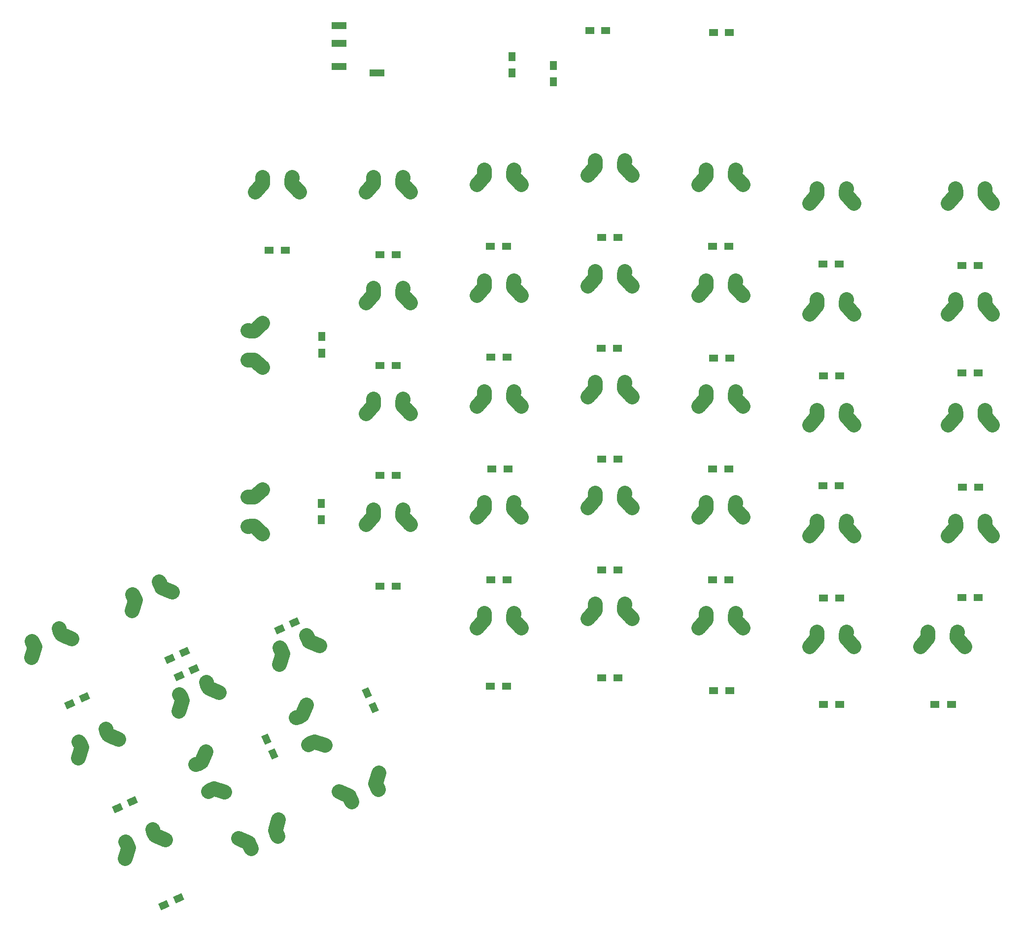
<source format=gbp>
G04 #@! TF.GenerationSoftware,KiCad,Pcbnew,(5.0.2)-1*
G04 #@! TF.CreationDate,2019-04-21T13:46:39+05:30*
G04 #@! TF.ProjectId,ErgodoxBle,4572676f-646f-4784-926c-652e6b696361,rev?*
G04 #@! TF.SameCoordinates,Original*
G04 #@! TF.FileFunction,Paste,Bot*
G04 #@! TF.FilePolarity,Positive*
%FSLAX46Y46*%
G04 Gerber Fmt 4.6, Leading zero omitted, Abs format (unit mm)*
G04 Created by KiCad (PCBNEW (5.0.2)-1) date 4/21/2019 1:46:39 PM*
%MOMM*%
%LPD*%
G01*
G04 APERTURE LIST*
%ADD10C,2.500000*%
%ADD11C,2.500000*%
%ADD12C,1.200000*%
%ADD13C,0.100000*%
%ADD14R,1.600000X1.200000*%
%ADD15R,1.200000X1.600000*%
%ADD16R,1.500000X1.200000*%
%ADD17R,2.500000X1.200000*%
G04 APERTURE END LIST*
D10*
G04 #@! TO.C,SW3:13*
X194607500Y-101832660D03*
D11*
X195262495Y-102562664D02*
X193952505Y-101102656D01*
D10*
X188297500Y-101832660D03*
D11*
X187642505Y-102562664D02*
X188952495Y-101102656D01*
D10*
X188932500Y-100312660D03*
D11*
X188912501Y-100022660D02*
X188952499Y-100602660D01*
D10*
X193972500Y-100312660D03*
D11*
X193992499Y-100022660D02*
X193952501Y-100602660D01*
G04 #@! TD*
D10*
G04 #@! TO.C,SW2:13*
X194607500Y-120882660D03*
D11*
X195262495Y-121612664D02*
X193952505Y-120152656D01*
D10*
X188297500Y-120882660D03*
D11*
X187642505Y-121612664D02*
X188952495Y-120152656D01*
D10*
X188932500Y-119362660D03*
D11*
X188912501Y-119072660D02*
X188952499Y-119652660D01*
D10*
X193972500Y-119362660D03*
D11*
X193992499Y-119072660D02*
X193952501Y-119652660D01*
G04 #@! TD*
D12*
G04 #@! TO.C,D0:1*
X55439411Y-183957114D03*
D13*
G36*
X54967936Y-184838993D02*
X54460794Y-183751424D01*
X55910886Y-183075235D01*
X56418028Y-184162804D01*
X54967936Y-184838993D01*
X54967936Y-184838993D01*
G37*
D12*
X52901749Y-185140446D03*
D13*
G36*
X52430274Y-186022325D02*
X51923132Y-184934756D01*
X53373224Y-184258567D01*
X53880366Y-185346136D01*
X52430274Y-186022325D01*
X52430274Y-186022325D01*
G37*
G04 #@! TD*
D12*
G04 #@! TO.C,D0:2*
X71671120Y-159124662D03*
D13*
G36*
X72552999Y-159596137D02*
X71465430Y-160103279D01*
X70789241Y-158653187D01*
X71876810Y-158146045D01*
X72552999Y-159596137D01*
X72552999Y-159596137D01*
G37*
D12*
X70487788Y-156587000D03*
D13*
G36*
X71369667Y-157058475D02*
X70282098Y-157565617D01*
X69605909Y-156115525D01*
X70693478Y-155608383D01*
X71369667Y-157058475D01*
X71369667Y-157058475D01*
G37*
G04 #@! TD*
D12*
G04 #@! TO.C,D0:3*
X87800334Y-148591169D03*
D13*
G36*
X88682213Y-149062644D02*
X87594644Y-149569786D01*
X86918455Y-148119694D01*
X88006024Y-147612552D01*
X88682213Y-149062644D01*
X88682213Y-149062644D01*
G37*
D12*
X88983666Y-151128831D03*
D13*
G36*
X89865545Y-151600306D02*
X88777976Y-152107448D01*
X88101787Y-150657356D01*
X89189356Y-150150214D01*
X89865545Y-151600306D01*
X89865545Y-151600306D01*
G37*
G04 #@! TD*
D12*
G04 #@! TO.C,D0:4*
X44938938Y-168445120D03*
D13*
G36*
X44467463Y-169326999D02*
X43960321Y-168239430D01*
X45410413Y-167563241D01*
X45917555Y-168650810D01*
X44467463Y-169326999D01*
X44467463Y-169326999D01*
G37*
D12*
X47476600Y-167261788D03*
D13*
G36*
X47005125Y-168143667D02*
X46497983Y-167056098D01*
X47948075Y-166379909D01*
X48455217Y-167467478D01*
X47005125Y-168143667D01*
X47005125Y-168143667D01*
G37*
G04 #@! TD*
D12*
G04 #@! TO.C,D0:5*
X56442800Y-141582388D03*
D13*
G36*
X55971325Y-142464267D02*
X55464183Y-141376698D01*
X56914275Y-140700509D01*
X57421417Y-141788078D01*
X55971325Y-142464267D01*
X55971325Y-142464267D01*
G37*
D12*
X53905138Y-142765720D03*
D13*
G36*
X53433663Y-143647599D02*
X52926521Y-142560030D01*
X54376613Y-141883841D01*
X54883755Y-142971410D01*
X53433663Y-143647599D01*
X53433663Y-143647599D01*
G37*
G04 #@! TD*
D12*
G04 #@! TO.C,D0:6*
X36704169Y-150578666D03*
D13*
G36*
X36232694Y-151460545D02*
X35725552Y-150372976D01*
X37175644Y-149696787D01*
X37682786Y-150784356D01*
X36232694Y-151460545D01*
X36232694Y-151460545D01*
G37*
D12*
X39241831Y-149395334D03*
D13*
G36*
X38770356Y-150277213D02*
X38263214Y-149189644D01*
X39713306Y-148513455D01*
X40220448Y-149601024D01*
X38770356Y-150277213D01*
X38770356Y-150277213D01*
G37*
G04 #@! TD*
D14*
G04 #@! TO.C,D1:0*
X185383980Y-150588980D03*
X188183980Y-150588980D03*
G04 #@! TD*
G04 #@! TO.C,D1:2*
X147317000Y-148209000D03*
X150117000Y-148209000D03*
G04 #@! TD*
G04 #@! TO.C,D1:3*
X130940000Y-146050000D03*
X128140000Y-146050000D03*
G04 #@! TD*
G04 #@! TO.C,D1:4*
X108963000Y-147447000D03*
X111763000Y-147447000D03*
G04 #@! TD*
D12*
G04 #@! TO.C,D1:5*
X72772169Y-137668000D03*
D13*
G36*
X72300694Y-138549879D02*
X71793552Y-137462310D01*
X73243644Y-136786121D01*
X73750786Y-137873690D01*
X72300694Y-138549879D01*
X72300694Y-138549879D01*
G37*
D12*
X75309831Y-136484668D03*
D13*
G36*
X74838356Y-137366547D02*
X74331214Y-136278978D01*
X75781306Y-135602789D01*
X76288448Y-136690358D01*
X74838356Y-137366547D01*
X74838356Y-137366547D01*
G37*
G04 #@! TD*
D12*
G04 #@! TO.C,D1:6*
X58037831Y-144569334D03*
D13*
G36*
X57566356Y-145451213D02*
X57059214Y-144363644D01*
X58509306Y-143687455D01*
X59016448Y-144775024D01*
X57566356Y-145451213D01*
X57566356Y-145451213D01*
G37*
D12*
X55500169Y-145752666D03*
D13*
G36*
X55028694Y-146634545D02*
X54521552Y-145546976D01*
X55971644Y-144870787D01*
X56478786Y-145958356D01*
X55028694Y-146634545D01*
X55028694Y-146634545D01*
G37*
G04 #@! TD*
D14*
G04 #@! TO.C,D1:!1*
X166240000Y-150563580D03*
X169040000Y-150563580D03*
G04 #@! TD*
G04 #@! TO.C,D2:0*
X192789000Y-132207000D03*
X189989000Y-132207000D03*
G04 #@! TD*
G04 #@! TO.C,D2:1*
X169040000Y-132334000D03*
X166240000Y-132334000D03*
G04 #@! TD*
G04 #@! TO.C,D2:2*
X147190000Y-129159000D03*
X149990000Y-129159000D03*
G04 #@! TD*
G04 #@! TO.C,D2:3*
X130940000Y-127508000D03*
X128140000Y-127508000D03*
G04 #@! TD*
G04 #@! TO.C,D2:4*
X109090000Y-129159000D03*
X111890000Y-129159000D03*
G04 #@! TD*
G04 #@! TO.C,D2:5*
X92840000Y-130302000D03*
X90040000Y-130302000D03*
G04 #@! TD*
D15*
G04 #@! TO.C,D2:6*
X79959200Y-118849600D03*
X79959200Y-116049600D03*
G04 #@! TD*
D14*
G04 #@! TO.C,D3:0*
X190116000Y-113284000D03*
X192916000Y-113284000D03*
G04 #@! TD*
G04 #@! TO.C,D3:1*
X168913000Y-113030000D03*
X166113000Y-113030000D03*
G04 #@! TD*
G04 #@! TO.C,D3:2*
X147190000Y-110109000D03*
X149990000Y-110109000D03*
G04 #@! TD*
G04 #@! TO.C,D3:3*
X130940000Y-108458000D03*
X128140000Y-108458000D03*
G04 #@! TD*
G04 #@! TO.C,D3:4*
X109217000Y-110109000D03*
X112017000Y-110109000D03*
G04 #@! TD*
G04 #@! TO.C,D3:5*
X92840000Y-111252000D03*
X90040000Y-111252000D03*
G04 #@! TD*
G04 #@! TO.C,D4:0*
X189963600Y-93599000D03*
X192763600Y-93599000D03*
G04 #@! TD*
G04 #@! TO.C,D4:1*
X169040000Y-94107000D03*
X166240000Y-94107000D03*
G04 #@! TD*
G04 #@! TO.C,D4:2*
X147317000Y-91059000D03*
X150117000Y-91059000D03*
G04 #@! TD*
G04 #@! TO.C,D4:3*
X130813000Y-89408000D03*
X128013000Y-89408000D03*
G04 #@! TD*
G04 #@! TO.C,D4:4*
X109090000Y-90932000D03*
X111890000Y-90932000D03*
G04 #@! TD*
G04 #@! TO.C,D4:5*
X92840000Y-92329000D03*
X90040000Y-92329000D03*
G04 #@! TD*
D15*
G04 #@! TO.C,D4:6*
X80010000Y-90198400D03*
X80010000Y-87398400D03*
G04 #@! TD*
D14*
G04 #@! TO.C,D5:0*
X192789000Y-75184000D03*
X189989000Y-75184000D03*
G04 #@! TD*
G04 #@! TO.C,D5:1*
X166113000Y-74930000D03*
X168913000Y-74930000D03*
G04 #@! TD*
G04 #@! TO.C,D5:2*
X149990000Y-71882000D03*
X147190000Y-71882000D03*
G04 #@! TD*
G04 #@! TO.C,D5:3*
X128140000Y-70358000D03*
X130940000Y-70358000D03*
G04 #@! TD*
G04 #@! TO.C,D5:4*
X111763000Y-71882000D03*
X108963000Y-71882000D03*
G04 #@! TD*
G04 #@! TO.C,D5:5*
X90040000Y-73279000D03*
X92840000Y-73279000D03*
G04 #@! TD*
G04 #@! TO.C,D5:6*
X73790000Y-72517000D03*
X70990000Y-72517000D03*
G04 #@! TD*
D10*
G04 #@! TO.C,SW0:7*
X36176379Y-138971713D03*
D11*
X37078520Y-139356509D02*
X35274238Y-138586917D01*
D10*
X30457577Y-141638434D03*
D11*
X30172463Y-142576856D02*
X30742691Y-140700012D01*
D10*
X30390703Y-139992484D03*
D11*
X30250018Y-139738107D02*
X30531388Y-140246861D01*
D10*
X34958494Y-137862488D03*
D11*
X34854060Y-137591207D02*
X35062928Y-138133769D01*
G04 #@! TD*
D10*
G04 #@! TO.C,SW0:8*
X53440759Y-130922453D03*
D11*
X54342900Y-131307249D02*
X52538618Y-130537657D01*
D10*
X47721957Y-133589174D03*
D11*
X47436843Y-134527596D02*
X48007071Y-132650752D01*
D10*
X47655083Y-131943224D03*
D11*
X47514398Y-131688847D02*
X47795768Y-132197601D01*
D10*
X52222874Y-129813228D03*
D11*
X52118440Y-129541947D02*
X52327308Y-130084509D01*
G04 #@! TD*
D10*
G04 #@! TO.C,SW0:9*
X43007754Y-155126868D03*
D11*
X42903320Y-154855587D02*
X43112188Y-155398149D01*
D10*
X38439963Y-157256864D03*
D11*
X38299278Y-157002487D02*
X38580648Y-157511241D01*
D10*
X38506837Y-158902814D03*
D11*
X38221723Y-159841236D02*
X38791951Y-157964392D01*
D10*
X44225639Y-156236093D03*
D11*
X45127780Y-156620889D02*
X43323498Y-155851297D01*
G04 #@! TD*
D10*
G04 #@! TO.C,SW0:10*
X75896648Y-152805926D03*
D11*
X75625367Y-152910360D02*
X76167929Y-152701492D01*
D10*
X78026644Y-157373717D03*
D11*
X77772267Y-157514402D02*
X78281021Y-157233032D01*
D10*
X79672594Y-157306843D03*
D11*
X80611016Y-157591957D02*
X78734172Y-157021729D01*
D10*
X77005873Y-151588041D03*
D11*
X77390669Y-150685900D02*
X76621077Y-152490182D01*
G04 #@! TD*
D10*
G04 #@! TO.C,SW0:11*
X59741493Y-159639841D03*
D11*
X60126289Y-158737700D02*
X59356697Y-160541982D01*
D10*
X62408214Y-165358643D03*
D11*
X63346636Y-165643757D02*
X61469792Y-165073529D01*
D10*
X60762264Y-165425517D03*
D11*
X60507887Y-165566202D02*
X61016641Y-165284832D01*
D10*
X58632268Y-160857726D03*
D11*
X58360987Y-160962160D02*
X58903549Y-160753292D01*
G04 #@! TD*
D10*
G04 #@! TO.C,SW0:12*
X51059554Y-172393788D03*
D11*
X50955120Y-172122507D02*
X51163988Y-172665069D01*
D10*
X46491763Y-174523784D03*
D11*
X46351078Y-174269407D02*
X46632448Y-174778161D01*
D10*
X46558637Y-176169734D03*
D11*
X46273523Y-177108156D02*
X46843751Y-175231312D01*
D10*
X52277439Y-173503013D03*
D11*
X53179580Y-173887809D02*
X51375298Y-173118217D01*
G04 #@! TD*
D10*
G04 #@! TO.C,SW1:9*
X113645000Y-136757660D03*
D11*
X114299995Y-137487664D02*
X112990005Y-136027656D01*
D10*
X107335000Y-136757660D03*
D11*
X106680005Y-137487664D02*
X107989995Y-136027656D01*
D10*
X107970000Y-135237660D03*
D11*
X107950001Y-134947660D02*
X107989999Y-135527660D01*
D10*
X113010000Y-135237660D03*
D11*
X113029999Y-134947660D02*
X112990001Y-135527660D01*
G04 #@! TD*
D10*
G04 #@! TO.C,SW1:10*
X132060000Y-133640000D03*
D11*
X132079999Y-133350000D02*
X132040001Y-133930000D01*
D10*
X127020000Y-133640000D03*
D11*
X127000001Y-133350000D02*
X127039999Y-133930000D01*
D10*
X126385000Y-135160000D03*
D11*
X125730005Y-135890004D02*
X127039995Y-134429996D01*
D10*
X132695000Y-135160000D03*
D11*
X133349995Y-135890004D02*
X132040005Y-134429996D01*
G04 #@! TD*
D10*
G04 #@! TO.C,SW1:11*
X151745000Y-136757660D03*
D11*
X152399995Y-137487664D02*
X151090005Y-136027656D01*
D10*
X145435000Y-136757660D03*
D11*
X144780005Y-137487664D02*
X146089995Y-136027656D01*
D10*
X146070000Y-135237660D03*
D11*
X146050001Y-134947660D02*
X146089999Y-135527660D01*
D10*
X151110000Y-135237660D03*
D11*
X151129999Y-134947660D02*
X151090001Y-135527660D01*
G04 #@! TD*
D10*
G04 #@! TO.C,SW1:12*
X170160000Y-138412660D03*
D11*
X170179999Y-138122660D02*
X170140001Y-138702660D01*
D10*
X165120000Y-138412660D03*
D11*
X165100001Y-138122660D02*
X165139999Y-138702660D01*
D10*
X164485000Y-139932660D03*
D11*
X163830005Y-140662664D02*
X165139995Y-139202656D01*
D10*
X170795000Y-139932660D03*
D11*
X171449995Y-140662664D02*
X170140005Y-139202656D01*
G04 #@! TD*
D10*
G04 #@! TO.C,SW1:13*
X189210000Y-138412660D03*
D11*
X189229999Y-138122660D02*
X189190001Y-138702660D01*
D10*
X184170000Y-138412660D03*
D11*
X184150001Y-138122660D02*
X184189999Y-138702660D01*
D10*
X183535000Y-139932660D03*
D11*
X182880005Y-140662664D02*
X184189995Y-139202656D01*
D10*
X189845000Y-139932660D03*
D11*
X190499995Y-140662664D02*
X189190005Y-139202656D01*
G04 #@! TD*
D10*
G04 #@! TO.C,SW2:7*
X67600000Y-114965160D03*
D11*
X67310000Y-114945161D02*
X67890000Y-114985159D01*
D10*
X67600000Y-120005160D03*
D11*
X67310000Y-120025159D02*
X67890000Y-119985161D01*
D10*
X69120000Y-120640160D03*
D11*
X69850004Y-121295155D02*
X68389996Y-119985165D01*
D10*
X69120000Y-114330160D03*
D11*
X69850004Y-113675165D02*
X68389996Y-114985155D01*
G04 #@! TD*
D10*
G04 #@! TO.C,SW2:8*
X93960000Y-117457660D03*
D11*
X93979999Y-117167660D02*
X93940001Y-117747660D01*
D10*
X88920000Y-117457660D03*
D11*
X88900001Y-117167660D02*
X88939999Y-117747660D01*
D10*
X88285000Y-118977660D03*
D11*
X87630005Y-119707664D02*
X88939995Y-118247656D01*
D10*
X94595000Y-118977660D03*
D11*
X95249995Y-119707664D02*
X93940005Y-118247656D01*
G04 #@! TD*
D10*
G04 #@! TO.C,SW2:9*
X113645000Y-117707660D03*
D11*
X114299995Y-118437664D02*
X112990005Y-116977656D01*
D10*
X107335000Y-117707660D03*
D11*
X106680005Y-118437664D02*
X107989995Y-116977656D01*
D10*
X107970000Y-116187660D03*
D11*
X107950001Y-115897660D02*
X107989999Y-116477660D01*
D10*
X113010000Y-116187660D03*
D11*
X113029999Y-115897660D02*
X112990001Y-116477660D01*
G04 #@! TD*
D10*
G04 #@! TO.C,SW2:10*
X132060000Y-114590000D03*
D11*
X132079999Y-114300000D02*
X132040001Y-114880000D01*
D10*
X127020000Y-114590000D03*
D11*
X127000001Y-114300000D02*
X127039999Y-114880000D01*
D10*
X126385000Y-116110000D03*
D11*
X125730005Y-116840004D02*
X127039995Y-115379996D01*
D10*
X132695000Y-116110000D03*
D11*
X133349995Y-116840004D02*
X132040005Y-115379996D01*
G04 #@! TD*
D10*
G04 #@! TO.C,SW2:11*
X151110000Y-116187660D03*
D11*
X151129999Y-115897660D02*
X151090001Y-116477660D01*
D10*
X146070000Y-116187660D03*
D11*
X146050001Y-115897660D02*
X146089999Y-116477660D01*
D10*
X145435000Y-117707660D03*
D11*
X144780005Y-118437664D02*
X146089995Y-116977656D01*
D10*
X151745000Y-117707660D03*
D11*
X152399995Y-118437664D02*
X151090005Y-116977656D01*
G04 #@! TD*
D10*
G04 #@! TO.C,SW2:12*
X170160000Y-119362660D03*
D11*
X170179999Y-119072660D02*
X170140001Y-119652660D01*
D10*
X165120000Y-119362660D03*
D11*
X165100001Y-119072660D02*
X165139999Y-119652660D01*
D10*
X164485000Y-120882660D03*
D11*
X163830005Y-121612664D02*
X165139995Y-120152656D01*
D10*
X170795000Y-120882660D03*
D11*
X171449995Y-121612664D02*
X170140005Y-120152656D01*
G04 #@! TD*
D10*
G04 #@! TO.C,SW3:8*
X94595000Y-99927660D03*
D11*
X95249995Y-100657664D02*
X93940005Y-99197656D01*
D10*
X88285000Y-99927660D03*
D11*
X87630005Y-100657664D02*
X88939995Y-99197656D01*
D10*
X88920000Y-98407660D03*
D11*
X88900001Y-98117660D02*
X88939999Y-98697660D01*
D10*
X93960000Y-98407660D03*
D11*
X93979999Y-98117660D02*
X93940001Y-98697660D01*
G04 #@! TD*
D10*
G04 #@! TO.C,SW3:9*
X113645000Y-98657660D03*
D11*
X114299995Y-99387664D02*
X112990005Y-97927656D01*
D10*
X107335000Y-98657660D03*
D11*
X106680005Y-99387664D02*
X107989995Y-97927656D01*
D10*
X107970000Y-97137660D03*
D11*
X107950001Y-96847660D02*
X107989999Y-97427660D01*
D10*
X113010000Y-97137660D03*
D11*
X113029999Y-96847660D02*
X112990001Y-97427660D01*
G04 #@! TD*
D10*
G04 #@! TO.C,SW3:10*
X132695000Y-97060000D03*
D11*
X133349995Y-97790004D02*
X132040005Y-96329996D01*
D10*
X126385000Y-97060000D03*
D11*
X125730005Y-97790004D02*
X127039995Y-96329996D01*
D10*
X127020000Y-95540000D03*
D11*
X127000001Y-95250000D02*
X127039999Y-95830000D01*
D10*
X132060000Y-95540000D03*
D11*
X132079999Y-95250000D02*
X132040001Y-95830000D01*
G04 #@! TD*
D10*
G04 #@! TO.C,SW3:11*
X151110000Y-97137660D03*
D11*
X151129999Y-96847660D02*
X151090001Y-97427660D01*
D10*
X146070000Y-97137660D03*
D11*
X146050001Y-96847660D02*
X146089999Y-97427660D01*
D10*
X145435000Y-98657660D03*
D11*
X144780005Y-99387664D02*
X146089995Y-97927656D01*
D10*
X151745000Y-98657660D03*
D11*
X152399995Y-99387664D02*
X151090005Y-97927656D01*
G04 #@! TD*
D10*
G04 #@! TO.C,SW3:12*
X170795000Y-101832660D03*
D11*
X171449995Y-102562664D02*
X170140005Y-101102656D01*
D10*
X164485000Y-101832660D03*
D11*
X163830005Y-102562664D02*
X165139995Y-101102656D01*
D10*
X165120000Y-100312660D03*
D11*
X165100001Y-100022660D02*
X165139999Y-100602660D01*
D10*
X170160000Y-100312660D03*
D11*
X170179999Y-100022660D02*
X170140001Y-100602660D01*
G04 #@! TD*
D10*
G04 #@! TO.C,SW4:7*
X67600000Y-86390160D03*
D11*
X67310000Y-86370161D02*
X67890000Y-86410159D01*
D10*
X67600000Y-91430160D03*
D11*
X67310000Y-91450159D02*
X67890000Y-91410161D01*
D10*
X69120000Y-92065160D03*
D11*
X69850004Y-92720155D02*
X68389996Y-91410165D01*
D10*
X69120000Y-85755160D03*
D11*
X69850004Y-85100165D02*
X68389996Y-86410155D01*
G04 #@! TD*
D10*
G04 #@! TO.C,SW4:8*
X94595000Y-80877660D03*
D11*
X95249995Y-81607664D02*
X93940005Y-80147656D01*
D10*
X88285000Y-80877660D03*
D11*
X87630005Y-81607664D02*
X88939995Y-80147656D01*
D10*
X88920000Y-79357660D03*
D11*
X88900001Y-79067660D02*
X88939999Y-79647660D01*
D10*
X93960000Y-79357660D03*
D11*
X93979999Y-79067660D02*
X93940001Y-79647660D01*
G04 #@! TD*
D10*
G04 #@! TO.C,SW4:9*
X113010000Y-78087660D03*
D11*
X113029999Y-77797660D02*
X112990001Y-78377660D01*
D10*
X107970000Y-78087660D03*
D11*
X107950001Y-77797660D02*
X107989999Y-78377660D01*
D10*
X107335000Y-79607660D03*
D11*
X106680005Y-80337664D02*
X107989995Y-78877656D01*
D10*
X113645000Y-79607660D03*
D11*
X114299995Y-80337664D02*
X112990005Y-78877656D01*
G04 #@! TD*
D10*
G04 #@! TO.C,SW4:10*
X132060000Y-76490000D03*
D11*
X132079999Y-76200000D02*
X132040001Y-76780000D01*
D10*
X127020000Y-76490000D03*
D11*
X127000001Y-76200000D02*
X127039999Y-76780000D01*
D10*
X126385000Y-78010000D03*
D11*
X125730005Y-78740004D02*
X127039995Y-77279996D01*
D10*
X132695000Y-78010000D03*
D11*
X133349995Y-78740004D02*
X132040005Y-77279996D01*
G04 #@! TD*
D10*
G04 #@! TO.C,SW4:11*
X151745000Y-79607660D03*
D11*
X152399995Y-80337664D02*
X151090005Y-78877656D01*
D10*
X145435000Y-79607660D03*
D11*
X144780005Y-80337664D02*
X146089995Y-78877656D01*
D10*
X146070000Y-78087660D03*
D11*
X146050001Y-77797660D02*
X146089999Y-78377660D01*
D10*
X151110000Y-78087660D03*
D11*
X151129999Y-77797660D02*
X151090001Y-78377660D01*
G04 #@! TD*
D10*
G04 #@! TO.C,SW4:12*
X170160000Y-81262660D03*
D11*
X170179999Y-80972660D02*
X170140001Y-81552660D01*
D10*
X165120000Y-81262660D03*
D11*
X165100001Y-80972660D02*
X165139999Y-81552660D01*
D10*
X164485000Y-82782660D03*
D11*
X163830005Y-83512664D02*
X165139995Y-82052656D01*
D10*
X170795000Y-82782660D03*
D11*
X171449995Y-83512664D02*
X170140005Y-82052656D01*
G04 #@! TD*
D10*
G04 #@! TO.C,SW4:13*
X193972500Y-81262660D03*
D11*
X193992499Y-80972660D02*
X193952501Y-81552660D01*
D10*
X188932500Y-81262660D03*
D11*
X188912501Y-80972660D02*
X188952499Y-81552660D01*
D10*
X188297500Y-82782660D03*
D11*
X187642505Y-83512664D02*
X188952495Y-82052656D01*
D10*
X194607500Y-82782660D03*
D11*
X195262495Y-83512664D02*
X193952505Y-82052656D01*
G04 #@! TD*
D10*
G04 #@! TO.C,SW5:7*
X74910000Y-60310200D03*
D11*
X74929999Y-60020200D02*
X74890001Y-60600200D01*
D10*
X69870000Y-60310200D03*
D11*
X69850001Y-60020200D02*
X69889999Y-60600200D01*
D10*
X69235000Y-61830200D03*
D11*
X68580005Y-62560204D02*
X69889995Y-61100196D01*
D10*
X75545000Y-61830200D03*
D11*
X76199995Y-62560204D02*
X74890005Y-61100196D01*
G04 #@! TD*
D10*
G04 #@! TO.C,SW5:8*
X94595000Y-61830200D03*
D11*
X95249995Y-62560204D02*
X93940005Y-61100196D01*
D10*
X88285000Y-61830200D03*
D11*
X87630005Y-62560204D02*
X88939995Y-61100196D01*
D10*
X88920000Y-60310200D03*
D11*
X88900001Y-60020200D02*
X88939999Y-60600200D01*
D10*
X93960000Y-60310200D03*
D11*
X93979999Y-60020200D02*
X93940001Y-60600200D01*
G04 #@! TD*
D10*
G04 #@! TO.C,SW5:9*
X113010000Y-59037660D03*
D11*
X113029999Y-58747660D02*
X112990001Y-59327660D01*
D10*
X107970000Y-59037660D03*
D11*
X107950001Y-58747660D02*
X107989999Y-59327660D01*
D10*
X107335000Y-60557660D03*
D11*
X106680005Y-61287664D02*
X107989995Y-59827656D01*
D10*
X113645000Y-60557660D03*
D11*
X114299995Y-61287664D02*
X112990005Y-59827656D01*
G04 #@! TD*
D10*
G04 #@! TO.C,SW5:10*
X132695000Y-58960000D03*
D11*
X133349995Y-59690004D02*
X132040005Y-58229996D01*
D10*
X126385000Y-58960000D03*
D11*
X125730005Y-59690004D02*
X127039995Y-58229996D01*
D10*
X127020000Y-57440000D03*
D11*
X127000001Y-57150000D02*
X127039999Y-57730000D01*
D10*
X132060000Y-57440000D03*
D11*
X132079999Y-57150000D02*
X132040001Y-57730000D01*
G04 #@! TD*
D10*
G04 #@! TO.C,SW5:11*
X151110000Y-59037660D03*
D11*
X151129999Y-58747660D02*
X151090001Y-59327660D01*
D10*
X146070000Y-59037660D03*
D11*
X146050001Y-58747660D02*
X146089999Y-59327660D01*
D10*
X145435000Y-60557660D03*
D11*
X144780005Y-61287664D02*
X146089995Y-59827656D01*
D10*
X151745000Y-60557660D03*
D11*
X152399995Y-61287664D02*
X151090005Y-59827656D01*
G04 #@! TD*
D10*
G04 #@! TO.C,SW5:12*
X170795000Y-63735200D03*
D11*
X171449995Y-64465204D02*
X170140005Y-63005196D01*
D10*
X164485000Y-63735200D03*
D11*
X163830005Y-64465204D02*
X165139995Y-63005196D01*
D10*
X165120000Y-62215200D03*
D11*
X165100001Y-61925200D02*
X165139999Y-62505200D01*
D10*
X170160000Y-62215200D03*
D11*
X170179999Y-61925200D02*
X170140001Y-62505200D01*
G04 #@! TD*
D10*
G04 #@! TO.C,SW5:13*
X194607500Y-63735200D03*
D11*
X195262495Y-64465204D02*
X193952505Y-63005196D01*
D10*
X188297500Y-63735200D03*
D11*
X187642505Y-64465204D02*
X188952495Y-63005196D01*
D10*
X188932500Y-62215200D03*
D11*
X188912501Y-61925200D02*
X188952499Y-62505200D01*
D10*
X193972500Y-62215200D03*
D11*
X193992499Y-61925200D02*
X193952501Y-62505200D01*
G04 #@! TD*
D10*
G04 #@! TO.C,SX0:10*
X83853861Y-165995927D03*
D11*
X82951720Y-165611131D02*
X84756002Y-166380723D01*
D10*
X89572663Y-163329206D03*
D11*
X89857777Y-162390784D02*
X89287549Y-164267628D01*
D10*
X89639537Y-164975156D03*
D11*
X89780222Y-165229533D02*
X89498852Y-164720779D01*
D10*
X85071746Y-167105152D03*
D11*
X85176180Y-167376433D02*
X84967312Y-166833871D01*
G04 #@! TD*
D10*
G04 #@! TO.C,SX0:11*
X67804826Y-175154412D03*
D11*
X67909260Y-175425693D02*
X67700392Y-174883131D01*
D10*
X72372617Y-173024416D03*
D11*
X72513302Y-173278793D02*
X72231932Y-172770039D01*
D10*
X72305743Y-171378466D03*
D11*
X72590857Y-170440044D02*
X72020629Y-172316888D01*
D10*
X66586941Y-174045187D03*
D11*
X65684800Y-173660391D02*
X67489082Y-174429983D01*
G04 #@! TD*
D10*
G04 #@! TO.C,SX1:7*
X60274674Y-147077608D03*
D11*
X60170240Y-146806327D02*
X60379108Y-147348889D01*
D10*
X55706883Y-149207604D03*
D11*
X55566198Y-148953227D02*
X55847568Y-149461981D01*
D10*
X55773757Y-150853554D03*
D11*
X55488643Y-151791976D02*
X56058871Y-149915132D01*
D10*
X61492559Y-148186833D03*
D11*
X62394700Y-148571629D02*
X60590418Y-147802037D01*
G04 #@! TD*
D10*
G04 #@! TO.C,SX1:8*
X78756939Y-140135033D03*
D11*
X79659080Y-140519829D02*
X77854798Y-139750237D01*
D10*
X73038137Y-142801754D03*
D11*
X72753023Y-143740176D02*
X73323251Y-141863332D01*
D10*
X72971263Y-141155804D03*
D11*
X72830578Y-140901427D02*
X73111948Y-141410181D01*
D10*
X77539054Y-139025808D03*
D11*
X77434620Y-138754527D02*
X77643488Y-139297089D01*
G04 #@! TD*
D16*
G04 #@! TO.C,R_cc1*
X147349220Y-35148520D03*
X150049220Y-35148520D03*
G04 #@! TD*
G04 #@! TO.C,R_cc2*
X126081800Y-34747200D03*
X128781800Y-34747200D03*
G04 #@! TD*
D17*
G04 #@! TO.C,J_Audio_F1*
X89465220Y-42052180D03*
X82965220Y-40952180D03*
X82965220Y-36952180D03*
X82965220Y-33952180D03*
G04 #@! TD*
D15*
G04 #@! TO.C,D_RAW1*
X119814340Y-43576700D03*
X119814340Y-40776700D03*
G04 #@! TD*
G04 #@! TO.C,D_USB_HEADER1*
X112676940Y-39234920D03*
X112676940Y-42034920D03*
G04 #@! TD*
M02*

</source>
